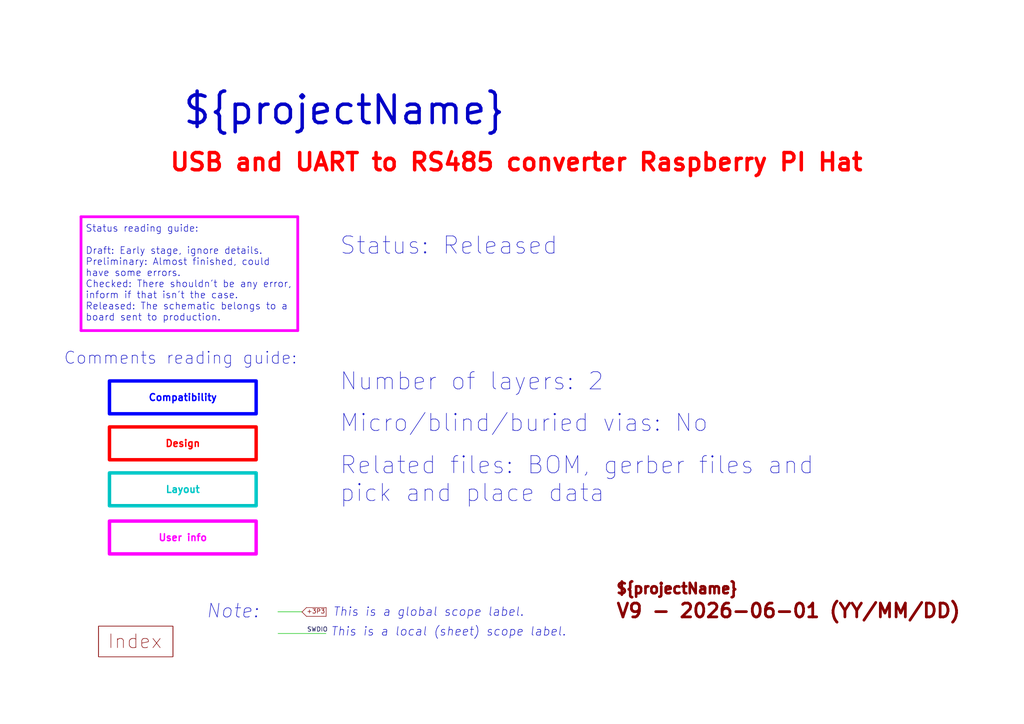
<source format=kicad_sch>
(kicad_sch
	(version 20231120)
	(generator "eeschema")
	(generator_version "8.0")
	(uuid "e63e39d7-6ac0-4ffd-8aa3-1841a4541b55")
	(paper "A4")
	(title_block
		(title "${boardName} - ${coverName}")
		(date "2024-08-29")
		(rev "V9")
	)
	(lib_symbols)
	(polyline
		(pts
			(xy 87.6046 177.4952) (xy 88.8746 176.2252)
		)
		(stroke
			(width 0)
			(type default)
			(color 132 0 0 1)
		)
		(uuid "0bf230ea-0b23-433b-9e87-f1a3693424ca")
	)
	(polyline
		(pts
			(xy 87.6046 177.4952) (xy 88.8746 178.7652)
		)
		(stroke
			(width 0)
			(type default)
			(color 132 0 0 1)
		)
		(uuid "14947e3d-59e0-4a6b-821d-582920d989b4")
	)
	(polyline
		(pts
			(xy 88.8746 178.7652) (xy 94.5896 178.7652)
		)
		(stroke
			(width 0)
			(type default)
			(color 132 0 0 1)
		)
		(uuid "1aa4048a-c8f3-4568-b409-4246aea0e360")
	)
	(polyline
		(pts
			(xy 94.5896 176.2252) (xy 94.5896 178.1302)
		)
		(stroke
			(width 0)
			(type default)
			(color 132 0 0 1)
		)
		(uuid "1acb670f-3e36-471a-9687-8d8b29854f0d")
	)
	(polyline
		(pts
			(xy 94.5896 178.1302) (xy 94.5896 178.7652)
		)
		(stroke
			(width 0)
			(type default)
			(color 132 0 0 1)
		)
		(uuid "2112a9f6-0d85-4af8-a07b-33fae708dd18")
	)
	(polyline
		(pts
			(xy 23.495 95.885) (xy 23.495 62.865)
		)
		(stroke
			(width 0.8)
			(type default)
			(color 255 0 255 1)
		)
		(uuid "24fc7443-835f-4b76-b57b-a0cefa41df90")
	)
	(polyline
		(pts
			(xy 80.645 183.7436) (xy 94.5388 183.7436)
		)
		(stroke
			(width 0)
			(type default)
			(color 0 194 0 1)
		)
		(uuid "3fc8e4bc-e869-4e65-bb72-1fae8a957c88")
	)
	(polyline
		(pts
			(xy 80.5942 177.4444) (xy 87.6046 177.4444)
		)
		(stroke
			(width 0)
			(type default)
			(color 0 194 0 1)
		)
		(uuid "6decca94-0ffa-45c2-9245-bb391bb25c0b")
	)
	(polyline
		(pts
			(xy 86.36 95.885) (xy 23.495 95.885)
		)
		(stroke
			(width 0.8)
			(type default)
			(color 255 0 255 1)
		)
		(uuid "7ad5102a-93a1-46e6-9d4b-ca2d6b67a6de")
	)
	(polyline
		(pts
			(xy 23.495 62.865) (xy 86.36 62.865)
		)
		(stroke
			(width 0.8)
			(type default)
			(color 255 0 255 1)
		)
		(uuid "b6bbdc53-1fd3-4135-bf18-4b9ea2207ca4")
	)
	(polyline
		(pts
			(xy 86.36 62.865) (xy 86.36 95.885)
		)
		(stroke
			(width 0.8)
			(type default)
			(color 255 0 255 1)
		)
		(uuid "d8522ee7-59e3-411a-a232-b0b35ff56924")
	)
	(polyline
		(pts
			(xy 88.8746 176.2252) (xy 94.5896 176.2252)
		)
		(stroke
			(width 0)
			(type default)
			(color 132 0 0 1)
		)
		(uuid "f5a93e91-ead5-4e42-a9a5-ed1407b11792")
	)
	(text_box "Design"
		(exclude_from_sim no)
		(at 31.75 123.825 0)
		(size 42.545 9.525)
		(stroke
			(width 1)
			(type default)
			(color 255 0 0 1)
		)
		(fill
			(type none)
		)
		(effects
			(font
				(size 2 2)
				(thickness 0.4)
				(bold yes)
				(color 255 0 0 1)
			)
		)
		(uuid "1b5c2cf5-124e-4f86-a474-5c4be9e3fe15")
	)
	(text_box "Compatibility"
		(exclude_from_sim no)
		(at 31.75 110.49 0)
		(size 42.545 9.525)
		(stroke
			(width 1)
			(type default)
			(color 0 0 255 1)
		)
		(fill
			(type none)
		)
		(effects
			(font
				(size 2 2)
				(thickness 0.4)
				(bold yes)
				(color 0 0 255 1)
			)
		)
		(uuid "aa984558-b4fc-4402-9b3a-f167ab16e118")
	)
	(text_box "User info"
		(exclude_from_sim no)
		(at 31.75 151.13 0)
		(size 42.545 9.525)
		(stroke
			(width 1)
			(type default)
			(color 255 0 255 1)
		)
		(fill
			(type none)
		)
		(effects
			(font
				(size 2 2)
				(thickness 0.4)
				(bold yes)
				(color 255 0 255 1)
			)
		)
		(uuid "d227550d-c416-4488-9140-4b84e954cb08")
	)
	(text_box "Layout"
		(exclude_from_sim no)
		(at 31.75 137.16 0)
		(size 42.545 9.525)
		(stroke
			(width 1)
			(type default)
			(color 0 194 194 1)
		)
		(fill
			(type none)
		)
		(effects
			(font
				(size 2 2)
				(thickness 0.4)
				(bold yes)
				(color 0 194 194 1)
			)
		)
		(uuid "d96af5ad-2b4d-4ea1-a386-5433a78f90a2")
	)
	(text "${REVISION} - ${CURRENT_DATE} (YY/MM/DD)"
		(exclude_from_sim no)
		(at 178.435 179.705 0)
		(effects
			(font
				(size 4 4)
				(thickness 0.8)
				(bold yes)
				(color 132 0 0 1)
			)
			(justify left bottom)
		)
		(uuid "1a781d91-6be6-445f-96e2-06e76b7517a4")
	)
	(text "Status reading guide:\n\nDraft: Early stage, ignore details.\nPreliminary: Almost finished, could\nhave some errors.\nChecked: There shouldn't be any error,\ninform if that isn't the case.\nReleased: The schematic belongs to a \nboard sent to production."
		(exclude_from_sim no)
		(at 24.765 93.345 0)
		(effects
			(font
				(size 2 2)
			)
			(justify left bottom)
		)
		(uuid "1bcce2a7-1d4a-4ce7-8492-8c5b78c6bc3e")
	)
	(text "${projectName}"
		(exclude_from_sim no)
		(at 52.705 36.83 0)
		(effects
			(font
				(size 8 8)
				(thickness 1)
				(bold yes)
			)
			(justify left bottom)
		)
		(uuid "328b655f-3682-4d72-b986-09747092cdfb")
	)
	(text "This is a global scope label."
		(exclude_from_sim no)
		(at 96.52 179.07 0)
		(effects
			(font
				(size 2.5 2.5)
				(italic yes)
			)
			(justify left bottom)
		)
		(uuid "3b398e0a-4c10-4dcc-aa1f-5dcd51a576d9")
	)
	(text "Micro/blind/buried vias: No"
		(exclude_from_sim no)
		(at 98.425 125.73 0)
		(effects
			(font
				(size 5 5)
			)
			(justify left bottom)
		)
		(uuid "46c31fef-8b6d-4892-b7d6-1b9818ed82f5")
	)
	(text "Status: Released"
		(exclude_from_sim no)
		(at 98.425 74.295 0)
		(effects
			(font
				(size 5 5)
			)
			(justify left bottom)
		)
		(uuid "73b1f676-64a1-4437-9380-52c422752ac5")
	)
	(text "Comments reading guide:"
		(exclude_from_sim no)
		(at 18.415 106.045 0)
		(effects
			(font
				(size 3.5 3.5)
			)
			(justify left bottom)
		)
		(uuid "775fc778-7594-4b1f-8fe4-63abff69d96c")
	)
	(text "Note:"
		(exclude_from_sim no)
		(at 59.69 179.705 0)
		(effects
			(font
				(size 4 4)
				(italic yes)
			)
			(justify left bottom)
		)
		(uuid "7da919a6-904e-41c7-b0f6-91d865a93890")
	)
	(text "USB and UART to RS485 converter Raspberry PI Hat"
		(exclude_from_sim no)
		(at 48.895 50.165 0)
		(effects
			(font
				(size 5 5)
				(thickness 1)
				(bold yes)
				(color 255 0 0 1)
			)
			(justify left bottom)
		)
		(uuid "81a41d77-af36-4ec3-adf9-ecd6ea389e60")
	)
	(text "Related files: BOM, gerber files and\npick and place data"
		(exclude_from_sim no)
		(at 98.425 146.05 0)
		(effects
			(font
				(size 5 5)
			)
			(justify left bottom)
		)
		(uuid "99e5628a-8c61-4f9d-aa6e-5b585271b505")
	)
	(text "This is a local (sheet) scope label."
		(exclude_from_sim no)
		(at 95.885 184.785 0)
		(effects
			(font
				(size 2.5 2.5)
				(italic yes)
			)
			(justify left bottom)
		)
		(uuid "b3eebb03-af8c-48e8-a7d9-5ec3741206fa")
	)
	(text "SWDIO"
		(exclude_from_sim no)
		(at 89.027 183.4896 0)
		(effects
			(font
				(size 1.27 1.27)
				(color 0 0 72 1)
			)
			(justify left bottom)
		)
		(uuid "b5a00e1a-8c36-403e-aef8-ba74acad49ad")
	)
	(text "Index"
		(exclude_from_sim no)
		(at 31.115 188.595 0)
		(effects
			(font
				(size 4 4)
				(color 132 0 0 1)
			)
			(justify left bottom)
		)
		(uuid "c9c312d0-f746-4447-b3a4-7e610e80ec0a")
	)
	(text "+3P3"
		(exclude_from_sim no)
		(at 88.8746 178.2572 0)
		(effects
			(font
				(size 1.27 1.27)
				(color 132 0 0 1)
			)
			(justify left bottom)
		)
		(uuid "d06ce84f-88fb-4292-9589-fa22d07854b6")
	)
	(text "Number of layers: 2"
		(exclude_from_sim no)
		(at 98.425 113.665 0)
		(effects
			(font
				(size 5 5)
			)
			(justify left bottom)
		)
		(uuid "d46f6682-7aa3-41f8-8dfe-bfed3b1f9948")
	)
	(text "${projectName}"
		(exclude_from_sim no)
		(at 178.435 172.72 0)
		(effects
			(font
				(size 3 3)
				(thickness 0.8)
				(bold yes)
				(color 132 0 0 1)
			)
			(justify left bottom)
		)
		(uuid "e9800da5-11f3-4507-a140-586b6e0c4238")
	)
	(sheet
		(at 28.575 181.61)
		(size 21.59 8.89)
		(fields_autoplaced yes)
		(stroke
			(width 0.1524)
			(type solid)
		)
		(fill
			(color 0 0 0 0.0000)
		)
		(uuid "eef31ba5-994a-4dab-8b67-8b56d6ec3764")
		(property "Sheetname" "index"
			(at 28.575 180.8984 0)
			(effects
				(font
					(size 1.27 1.27)
				)
				(justify left bottom)
				(hide yes)
			)
		)
		(property "Sheetfile" "index.kicad_sch"
			(at 28.575 191.0846 0)
			(effects
				(font
					(size 1.27 1.27)
				)
				(justify left top)
				(hide yes)
			)
		)
		(instances
			(project "V9"
				(path "/e63e39d7-6ac0-4ffd-8aa3-1841a4541b55"
					(page "2")
				)
			)
		)
	)
	(sheet_instances
		(path "/"
			(page "1")
		)
	)
)

</source>
